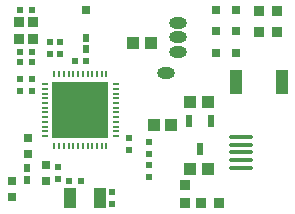
<source format=gtp>
G04 Layer_Color=8421504*
%FSAX25Y25*%
%MOIN*%
G70*
G01*
G75*
%ADD10O,0.05906X0.03937*%
%ADD11R,0.01969X0.02559*%
%ADD12R,0.01969X0.02362*%
%ADD13R,0.02362X0.01969*%
%ADD14R,0.03150X0.02953*%
%ADD15R,0.01900X0.04400*%
%ADD16O,0.07874X0.01575*%
%ADD17R,0.04134X0.03937*%
%ADD18R,0.03150X0.03150*%
%ADD19R,0.03740X0.03740*%
%ADD20R,0.04331X0.07874*%
%ADD21R,0.03740X0.03740*%
%ADD22R,0.03937X0.07087*%
%ADD23O,0.00787X0.02559*%
%ADD24O,0.02559X0.00787*%
%ADD25R,0.18504X0.18504*%
%ADD26R,0.03347X0.03740*%
%ADD27R,0.03000X0.03000*%
D10*
X0353026Y0357381D02*
D03*
X0356726Y0364581D02*
D03*
Y0369381D02*
D03*
Y0374181D02*
D03*
D11*
X0326368Y0365411D02*
D03*
Y0369151D02*
D03*
X0306668Y0325751D02*
D03*
Y0322011D02*
D03*
D12*
X0347368Y0330513D02*
D03*
Y0334450D02*
D03*
X0317568Y0364013D02*
D03*
Y0367950D02*
D03*
X0314068Y0367950D02*
D03*
Y0364013D02*
D03*
X0316968Y0322213D02*
D03*
Y0326150D02*
D03*
X0347368Y0322813D02*
D03*
Y0326750D02*
D03*
X0334968Y0313813D02*
D03*
Y0317750D02*
D03*
X0340468Y0332013D02*
D03*
Y0335950D02*
D03*
D13*
X0304299Y0364581D02*
D03*
X0308236D02*
D03*
X0304299Y0361081D02*
D03*
X0308236D02*
D03*
X0304299Y0355481D02*
D03*
X0308236D02*
D03*
X0324536Y0321381D02*
D03*
X0320599D02*
D03*
X0326336Y0361681D02*
D03*
X0322399D02*
D03*
X0308236Y0378581D02*
D03*
X0304299D02*
D03*
X0308236Y0351681D02*
D03*
X0304299D02*
D03*
D14*
X0312868Y0326839D02*
D03*
Y0321524D02*
D03*
X0301468Y0316224D02*
D03*
X0301468Y0321539D02*
D03*
X0306868Y0330424D02*
D03*
Y0335739D02*
D03*
D15*
X0364251Y0332062D02*
D03*
X0360511Y0341462D02*
D03*
X0367992D02*
D03*
D16*
X0377912Y0336199D02*
D03*
Y0333640D02*
D03*
Y0331081D02*
D03*
Y0328522D02*
D03*
Y0325963D02*
D03*
D17*
X0366879Y0347981D02*
D03*
X0360973D02*
D03*
Y0325381D02*
D03*
X0366879D02*
D03*
X0354679Y0340181D02*
D03*
X0348773D02*
D03*
X0347879Y0367681D02*
D03*
X0341973D02*
D03*
D18*
X0376372Y0364081D02*
D03*
X0369679D02*
D03*
X0376372Y0378581D02*
D03*
X0369679D02*
D03*
X0376372Y0371481D02*
D03*
X0369679D02*
D03*
D19*
X0383774Y0378181D02*
D03*
X0389877D02*
D03*
X0383774Y0371081D02*
D03*
X0389877D02*
D03*
X0364475Y0314281D02*
D03*
X0370577D02*
D03*
D20*
X0391503Y0354381D02*
D03*
X0376149D02*
D03*
D21*
X0359226Y0320332D02*
D03*
Y0314230D02*
D03*
D22*
X0320947Y0315781D02*
D03*
X0330789D02*
D03*
D23*
X0315706Y0333272D02*
D03*
X0317281D02*
D03*
X0318856D02*
D03*
X0320431D02*
D03*
X0322006D02*
D03*
X0323581D02*
D03*
X0325155D02*
D03*
X0326730D02*
D03*
X0328305D02*
D03*
X0329880D02*
D03*
X0331454D02*
D03*
X0333029D02*
D03*
Y0357091D02*
D03*
X0331454D02*
D03*
X0329880D02*
D03*
X0328305D02*
D03*
X0326730D02*
D03*
X0325155D02*
D03*
X0323581D02*
D03*
X0322006D02*
D03*
X0320431D02*
D03*
X0318856D02*
D03*
X0317281D02*
D03*
X0315706D02*
D03*
D24*
X0336277Y0336520D02*
D03*
Y0338094D02*
D03*
Y0339669D02*
D03*
Y0341244D02*
D03*
Y0342819D02*
D03*
Y0344394D02*
D03*
Y0345969D02*
D03*
Y0347543D02*
D03*
Y0349118D02*
D03*
Y0350693D02*
D03*
Y0352268D02*
D03*
Y0353843D02*
D03*
X0312458D02*
D03*
Y0352268D02*
D03*
Y0350693D02*
D03*
Y0349118D02*
D03*
Y0347543D02*
D03*
Y0345969D02*
D03*
Y0344394D02*
D03*
Y0342819D02*
D03*
Y0341244D02*
D03*
Y0339669D02*
D03*
Y0338094D02*
D03*
Y0336520D02*
D03*
D25*
X0324368Y0345181D02*
D03*
D26*
X0308531Y0368726D02*
D03*
X0304003D02*
D03*
Y0374435D02*
D03*
X0308531D02*
D03*
D27*
X0326343Y0378681D02*
D03*
M02*

</source>
